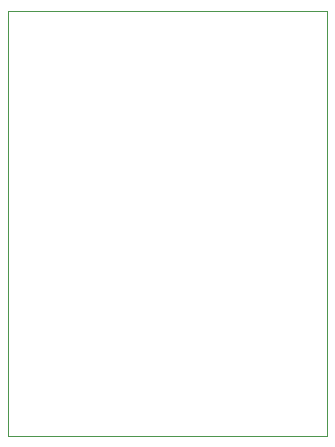
<source format=gbr>
%TF.GenerationSoftware,KiCad,Pcbnew,8.0.8*%
%TF.CreationDate,2025-01-21T20:41:30+03:00*%
%TF.ProjectId,Shield_Emergent_4,53686965-6c64-45f4-956d-657267656e74,rev?*%
%TF.SameCoordinates,Original*%
%TF.FileFunction,Profile,NP*%
%FSLAX46Y46*%
G04 Gerber Fmt 4.6, Leading zero omitted, Abs format (unit mm)*
G04 Created by KiCad (PCBNEW 8.0.8) date 2025-01-21 20:41:30*
%MOMM*%
%LPD*%
G01*
G04 APERTURE LIST*
%TA.AperFunction,Profile*%
%ADD10C,0.050000*%
%TD*%
G04 APERTURE END LIST*
D10*
X0Y0D02*
X27000000Y0D01*
X27000000Y-36000000D01*
X0Y-36000000D01*
X0Y0D01*
M02*

</source>
